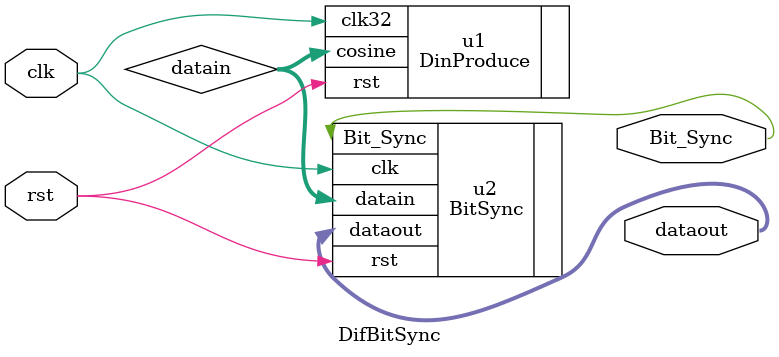
<source format=v>
module DifBitSync (
	rst,clk,
	dataout,Bit_Sync);
	
	input		rst;   //复位信号，高电平有效
	input		clk;   //FPGA系统时钟:32MHz
	output  [5:0]	dataout;   //延时处理后的输出数据
	output Bit_Sync;          //位同步脉冲输出

	
	//实例化输入数据产生模块
	wire [5:0] datain;
	DinProduce u1 (
	   .rst   (rst),
		.clk32 (clk),
		.cosine (datain));
		
	//实例化位同步模块
   BitSync u2(
		.Bit_Sync(Bit_Sync),
		.clk(clk),
		.datain(datain),
		.dataout(dataout),
		.rst(rst));
		
endmodule

</source>
